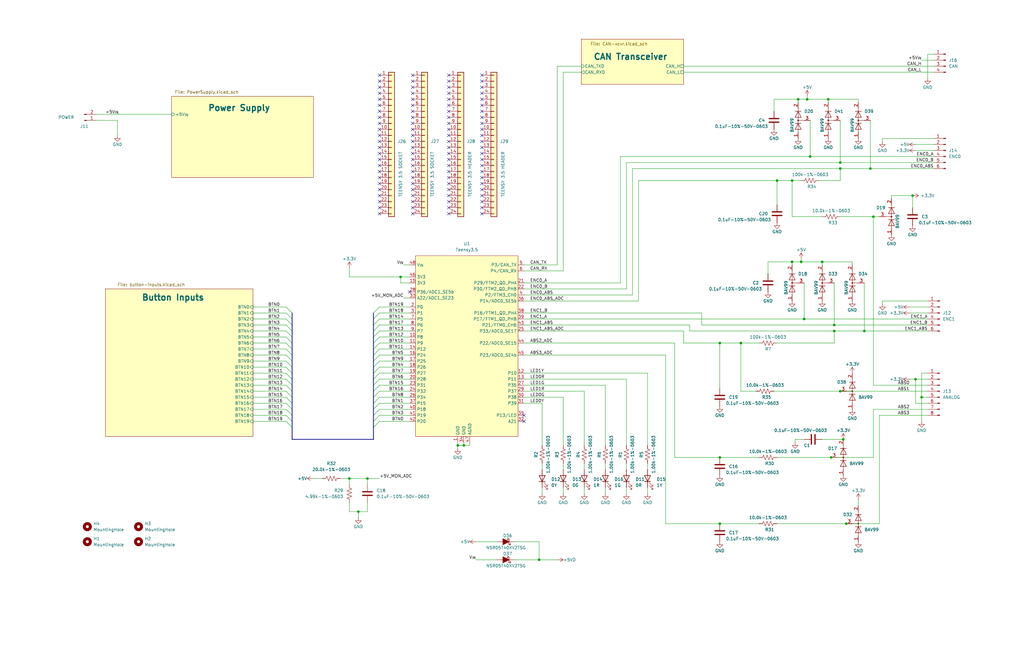
<source format=kicad_sch>
(kicad_sch (version 20231120) (generator "eeschema") (generator_version "8.0")
  (paper "B")
  (title_block (title "Button Board 2") (date "2022-12-11") (rev "1") (company "971 Spartan Robotics"))
  (junction (at 356.87 220.98))
  (junction (at 195.58 187.96))
  (junction (at 354.33 71.12))
  (junction (at 154.94 201.93))
  (junction (at 151.13 215.9))
  (junction (at 349.25 41.91))
  (junction (at 341.63 66.04))
  (junction (at 327.66 76.2))
  (junction (at 354.33 165.1))
  (junction (at 227.33 236.22))
  (junction (at 336.55 41.91))
  (junction (at 386.08 160.02))
  (junction (at 388.62 167.64))
  (junction (at 337.82 110.49))
  (junction (at 367.03 71.12))
  (junction (at 368.3 91.44))
  (junction (at 303.53 193.04))
  (junction (at 350.52 193.04))
  (junction (at 384.81 82.55))
  (junction (at 354.33 68.58))
  (junction (at 193.04 187.96))
  (junction (at 312.42 144.78))
  (junction (at 340.36 41.91))
  (junction (at 346.71 110.49))
  (junction (at 334.01 76.2))
  (junction (at 339.09 134.62))
  (junction (at 303.53 220.98))
  (junction (at 351.79 139.7))
  (junction (at 147.32 201.93))
  (junction (at 303.53 144.78))
  (junction (at 355.6 185.42))
  (junction (at 364.49 139.7))
  (junction (at 334.01 110.49))
  (junction (at 168.91 116.84))
  (junction (at 351.79 137.16))
  (no_connect (at 189.23 67.31))
  (no_connect (at 160.02 82.55))
  (no_connect (at 203.2 46.99))
  (no_connect (at 203.2 67.31))
  (no_connect (at 189.23 49.53))
  (no_connect (at 173.99 64.77))
  (no_connect (at 160.02 67.31))
  (no_connect (at 220.98 175.26))
  (no_connect (at 220.98 177.8))
  (no_connect (at 160.02 59.69))
  (no_connect (at 173.99 80.01))
  (no_connect (at 173.99 69.85))
  (no_connect (at 189.23 41.91))
  (no_connect (at 160.02 85.09))
  (no_connect (at 160.02 80.01))
  (no_connect (at 173.99 87.63))
  (no_connect (at 189.23 87.63))
  (no_connect (at 173.99 41.91))
  (no_connect (at 160.02 64.77))
  (no_connect (at 173.99 57.15))
  (no_connect (at 189.23 77.47))
  (no_connect (at 160.02 49.53))
  (no_connect (at 160.02 90.17))
  (no_connect (at 189.23 34.29))
  (no_connect (at 173.99 62.23))
  (no_connect (at 203.2 77.47))
  (no_connect (at 173.99 31.75))
  (no_connect (at 203.2 72.39))
  (no_connect (at 173.99 74.93))
  (no_connect (at 203.2 36.83))
  (no_connect (at 189.23 82.55))
  (no_connect (at 189.23 72.39))
  (no_connect (at 189.23 59.69))
  (no_connect (at 160.02 46.99))
  (no_connect (at 189.23 54.61))
  (no_connect (at 173.99 34.29))
  (no_connect (at 203.2 87.63))
  (no_connect (at 160.02 54.61))
  (no_connect (at 173.99 36.83))
  (no_connect (at 189.23 62.23))
  (no_connect (at 189.23 52.07))
  (no_connect (at 189.23 90.17))
  (no_connect (at 160.02 57.15))
  (no_connect (at 160.02 72.39))
  (no_connect (at 173.99 39.37))
  (no_connect (at 189.23 57.15))
  (no_connect (at 203.2 62.23))
  (no_connect (at 173.99 59.69))
  (no_connect (at 160.02 74.93))
  (no_connect (at 203.2 44.45))
  (no_connect (at 203.2 85.09))
  (no_connect (at 189.23 69.85))
  (no_connect (at 203.2 52.07))
  (no_connect (at 189.23 31.75))
  (no_connect (at 173.99 77.47))
  (no_connect (at 203.2 49.53))
  (no_connect (at 173.99 54.61))
  (no_connect (at 189.23 46.99))
  (no_connect (at 189.23 74.93))
  (no_connect (at 203.2 69.85))
  (no_connect (at 173.99 49.53))
  (no_connect (at 203.2 80.01))
  (no_connect (at 203.2 59.69))
  (no_connect (at 203.2 57.15))
  (no_connect (at 189.23 85.09))
  (no_connect (at 189.23 80.01))
  (no_connect (at 203.2 41.91))
  (no_connect (at 160.02 62.23))
  (no_connect (at 203.2 90.17))
  (no_connect (at 189.23 36.83))
  (no_connect (at 189.23 64.77))
  (no_connect (at 160.02 69.85))
  (no_connect (at 160.02 36.83))
  (no_connect (at 173.99 82.55))
  (no_connect (at 160.02 44.45))
  (no_connect (at 173.99 46.99))
  (no_connect (at 203.2 39.37))
  (no_connect (at 160.02 52.07))
  (no_connect (at 203.2 54.61))
  (no_connect (at 173.99 90.17))
  (no_connect (at 203.2 74.93))
  (no_connect (at 203.2 31.75))
  (no_connect (at 203.2 64.77))
  (no_connect (at 160.02 39.37))
  (no_connect (at 160.02 77.47))
  (no_connect (at 203.2 82.55))
  (no_connect (at 173.99 44.45))
  (no_connect (at 160.02 41.91))
  (no_connect (at 173.99 52.07))
  (no_connect (at 173.99 85.09))
  (no_connect (at 160.02 34.29))
  (no_connect (at 173.99 67.31))
  (no_connect (at 189.23 44.45))
  (no_connect (at 189.23 39.37))
  (no_connect (at 160.02 87.63))
  (no_connect (at 173.99 72.39))
  (no_connect (at 160.02 31.75))
  (no_connect (at 172.72 123.19))
  (no_connect (at 203.2 34.29))
  (bus_entry (at 160.02 132.08) (size -2.54 2.54))
  (bus_entry (at 160.02 147.32) (size -2.54 2.54))
  (bus_entry (at 160.02 144.78) (size -2.54 2.54))
  (bus_entry (at 160.02 142.24) (size -2.54 2.54))
  (bus_entry (at 160.02 137.16) (size -2.54 2.54))
  (bus_entry (at 120.65 132.08) (size 2.54 2.54))
  (bus_entry (at 120.65 134.62) (size 2.54 2.54))
  (bus_entry (at 120.65 137.16) (size 2.54 2.54))
  (bus_entry (at 120.65 129.54) (size 2.54 2.54))
  (bus_entry (at 120.65 139.7) (size 2.54 2.54))
  (bus_entry (at 120.65 142.24) (size 2.54 2.54))
  (bus_entry (at 120.65 144.78) (size 2.54 2.54))
  (bus_entry (at 120.65 162.56) (size 2.54 2.54))
  (bus_entry (at 120.65 167.64) (size 2.54 2.54))
  (bus_entry (at 120.65 165.1) (size 2.54 2.54))
  (bus_entry (at 120.65 175.26) (size 2.54 2.54))
  (bus_entry (at 120.65 177.8) (size 2.54 2.54))
  (bus_entry (at 120.65 172.72) (size 2.54 2.54))
  (bus_entry (at 120.65 170.18) (size 2.54 2.54))
  (bus_entry (at 120.65 160.02) (size 2.54 2.54))
  (bus_entry (at 120.65 157.48) (size 2.54 2.54))
  (bus_entry (at 120.65 154.94) (size 2.54 2.54))
  (bus_entry (at 120.65 147.32) (size 2.54 2.54))
  (bus_entry (at 120.65 149.86) (size 2.54 2.54))
  (bus_entry (at 120.65 152.4) (size 2.54 2.54))
  (bus_entry (at 160.02 157.48) (size -2.54 2.54))
  (bus_entry (at 160.02 152.4) (size -2.54 2.54))
  (bus_entry (at 160.02 172.72) (size -2.54 2.54))
  (bus_entry (at 160.02 165.1) (size -2.54 2.54))
  (bus_entry (at 160.02 170.18) (size -2.54 2.54))
  (bus_entry (at 160.02 177.8) (size -2.54 2.54))
  (bus_entry (at 160.02 160.02) (size -2.54 2.54))
  (bus_entry (at 160.02 162.56) (size -2.54 2.54))
  (bus_entry (at 160.02 175.26) (size -2.54 2.54))
  (bus_entry (at 160.02 167.64) (size -2.54 2.54))
  (bus_entry (at 160.02 154.94) (size -2.54 2.54))
  (bus_entry (at 160.02 149.86) (size -2.54 2.54))
  (bus_entry (at 160.02 129.54) (size -2.54 2.54))
  (bus_entry (at 160.02 134.62) (size -2.54 2.54))
  (bus_entry (at 160.02 139.7) (size -2.54 2.54))
  (wire (pts (xy 160.02 134.62) (xy 172.72 134.62)))
  (wire (pts (xy 147.32 113.03) (xy 147.32 116.84)))
  (bus (pts (xy 123.19 162.56) (xy 123.19 165.1)))
  (wire (pts (xy 303.53 144.78) (xy 312.42 144.78)))
  (wire (pts (xy 154.94 204.47) (xy 154.94 201.93)))
  (wire (pts (xy 290.83 139.7) (xy 290.83 137.16)))
  (wire (pts (xy 160.02 167.64) (xy 172.72 167.64)))
  (wire (pts (xy 341.63 66.04) (xy 393.7 66.04)))
  (wire (pts (xy 391.16 175.26) (xy 370.84 175.26)))
  (wire (pts (xy 237.49 205.74) (xy 237.49 208.28)))
  (wire (pts (xy 393.7 68.58) (xy 354.33 68.58)))
  (wire (pts (xy 375.92 82.55) (xy 375.92 83.82)))
  (wire (pts (xy 334.01 110.49) (xy 323.85 110.49)))
  (wire (pts (xy 106.68 162.56) (xy 120.65 162.56)))
  (wire (pts (xy 288.29 144.78) (xy 303.53 144.78)))
  (bus (pts (xy 123.19 160.02) (xy 123.19 162.56)))
  (wire (pts (xy 151.13 215.9) (xy 154.94 215.9)))
  (wire (pts (xy 160.02 147.32) (xy 172.72 147.32)))
  (wire (pts (xy 160.02 177.8) (xy 172.72 177.8)))
  (wire (pts (xy 339.09 134.62) (xy 391.16 134.62)))
  (wire (pts (xy 383.54 129.54) (xy 391.16 129.54)))
  (wire (pts (xy 391.16 139.7) (xy 364.49 139.7)))
  (wire (pts (xy 220.98 170.18) (xy 228.6 170.18)))
  (wire (pts (xy 227.33 236.22) (xy 234.95 236.22)))
  (wire (pts (xy 327.66 76.2) (xy 334.01 76.2)))
  (wire (pts (xy 234.95 27.94) (xy 234.95 111.76)))
  (wire (pts (xy 106.68 157.48) (xy 120.65 157.48)))
  (wire (pts (xy 295.91 132.08) (xy 295.91 137.16)))
  (wire (pts (xy 340.36 41.91) (xy 349.25 41.91)))
  (wire (pts (xy 220.98 157.48) (xy 273.05 157.48)))
  (bus (pts (xy 157.48 144.78) (xy 157.48 147.32)))
  (wire (pts (xy 334.01 76.2) (xy 337.82 76.2)))
  (bus (pts (xy 157.48 172.72) (xy 157.48 175.26)))
  (bus (pts (xy 157.48 170.18) (xy 157.48 172.72)))
  (wire (pts (xy 354.33 71.12) (xy 266.7 71.12)))
  (wire (pts (xy 160.02 160.02) (xy 172.72 160.02)))
  (wire (pts (xy 361.95 41.91) (xy 361.95 43.18)))
  (wire (pts (xy 383.54 160.02) (xy 386.08 160.02)))
  (wire (pts (xy 303.53 193.04) (xy 284.48 193.04)))
  (bus (pts (xy 157.48 160.02) (xy 157.48 162.56)))
  (wire (pts (xy 106.68 139.7) (xy 120.65 139.7)))
  (wire (pts (xy 246.38 198.12) (xy 246.38 195.58)))
  (wire (pts (xy 160.02 152.4) (xy 172.72 152.4)))
  (wire (pts (xy 372.11 58.42) (xy 372.11 59.69)))
  (wire (pts (xy 220.98 121.92) (xy 264.16 121.92)))
  (wire (pts (xy 160.02 129.54) (xy 172.72 129.54)))
  (wire (pts (xy 351.79 139.7) (xy 290.83 139.7)))
  (wire (pts (xy 288.29 144.78) (xy 288.29 139.7)))
  (wire (pts (xy 106.68 137.16) (xy 120.65 137.16)))
  (wire (pts (xy 106.68 167.64) (xy 120.65 167.64)))
  (wire (pts (xy 195.58 187.96) (xy 193.04 187.96)))
  (wire (pts (xy 368.3 172.72) (xy 368.3 193.04)))
  (bus (pts (xy 123.19 165.1) (xy 123.19 167.64)))
  (wire (pts (xy 246.38 208.28) (xy 246.38 205.74)))
  (bus (pts (xy 123.19 170.18) (xy 123.19 172.72)))
  (wire (pts (xy 337.82 110.49) (xy 346.71 110.49)))
  (wire (pts (xy 154.94 201.93) (xy 160.02 201.93)))
  (wire (pts (xy 356.87 220.98) (xy 370.84 220.98)))
  (wire (pts (xy 151.13 215.9) (xy 151.13 218.44)))
  (wire (pts (xy 340.36 40.64) (xy 340.36 41.91)))
  (wire (pts (xy 168.91 119.38) (xy 168.91 116.84)))
  (wire (pts (xy 106.68 170.18) (xy 120.65 170.18)))
  (wire (pts (xy 345.44 76.2) (xy 354.33 76.2)))
  (wire (pts (xy 195.58 186.69) (xy 195.58 187.96)))
  (wire (pts (xy 168.91 116.84) (xy 147.32 116.84)))
  (wire (pts (xy 391.16 33.02) (xy 391.16 22.86)))
  (wire (pts (xy 334.01 91.44) (xy 334.01 76.2)))
  (wire (pts (xy 318.77 165.1) (xy 312.42 165.1)))
  (wire (pts (xy 269.24 76.2) (xy 269.24 127)))
  (wire (pts (xy 326.39 165.1) (xy 354.33 165.1)))
  (wire (pts (xy 106.68 144.78) (xy 120.65 144.78)))
  (wire (pts (xy 337.82 110.49) (xy 334.01 110.49)))
  (wire (pts (xy 273.05 198.12) (xy 273.05 195.58)))
  (wire (pts (xy 354.33 50.8) (xy 354.33 68.58)))
  (bus (pts (xy 157.48 162.56) (xy 157.48 165.1)))
  (wire (pts (xy 386.08 63.5) (xy 393.7 63.5)))
  (wire (pts (xy 132.08 201.93) (xy 135.89 201.93)))
  (wire (pts (xy 160.02 175.26) (xy 172.72 175.26)))
  (wire (pts (xy 340.36 41.91) (xy 336.55 41.91)))
  (wire (pts (xy 154.94 212.09) (xy 154.94 215.9)))
  (wire (pts (xy 303.53 220.98) (xy 320.04 220.98)))
  (wire (pts (xy 237.49 30.48) (xy 237.49 114.3)))
  (wire (pts (xy 337.82 109.22) (xy 337.82 110.49)))
  (wire (pts (xy 384.81 87.63) (xy 384.81 82.55)))
  (wire (pts (xy 336.55 41.91) (xy 326.39 41.91)))
  (wire (pts (xy 200.66 236.22) (xy 209.55 236.22)))
  (wire (pts (xy 346.71 110.49) (xy 346.71 111.76)))
  (wire (pts (xy 354.33 165.1) (xy 391.16 165.1)))
  (wire (pts (xy 255.27 198.12) (xy 255.27 195.58)))
  (wire (pts (xy 147.32 201.93) (xy 154.94 201.93)))
  (wire (pts (xy 370.84 175.26) (xy 370.84 220.98)))
  (wire (pts (xy 327.66 220.98) (xy 356.87 220.98)))
  (bus (pts (xy 123.19 180.34) (xy 123.19 185.42)))
  (wire (pts (xy 220.98 134.62) (xy 339.09 134.62)))
  (wire (pts (xy 220.98 144.78) (xy 284.48 144.78)))
  (wire (pts (xy 193.04 186.69) (xy 193.04 187.96)))
  (bus (pts (xy 157.48 157.48) (xy 157.48 160.02)))
  (wire (pts (xy 326.39 41.91) (xy 326.39 46.99)))
  (wire (pts (xy 364.49 139.7) (xy 351.79 139.7)))
  (wire (pts (xy 312.42 165.1) (xy 312.42 144.78)))
  (wire (pts (xy 220.98 149.86) (xy 280.67 149.86)))
  (wire (pts (xy 386.08 170.18) (xy 386.08 160.02)))
  (wire (pts (xy 220.98 127) (xy 269.24 127)))
  (wire (pts (xy 264.16 208.28) (xy 264.16 205.74)))
  (wire (pts (xy 351.79 144.78) (xy 351.79 139.7)))
  (wire (pts (xy 346.71 185.42) (xy 355.6 185.42)))
  (wire (pts (xy 273.05 187.96) (xy 273.05 157.48)))
  (bus (pts (xy 157.48 149.86) (xy 157.48 152.4)))
  (wire (pts (xy 288.29 30.48) (xy 393.7 30.48)))
  (bus (pts (xy 123.19 142.24) (xy 123.19 144.78)))
  (wire (pts (xy 106.68 149.86) (xy 120.65 149.86)))
  (bus (pts (xy 157.48 137.16) (xy 157.48 139.7)))
  (wire (pts (xy 160.02 165.1) (xy 172.72 165.1)))
  (wire (pts (xy 391.16 22.86) (xy 393.7 22.86)))
  (wire (pts (xy 160.02 154.94) (xy 172.72 154.94)))
  (wire (pts (xy 106.68 175.26) (xy 120.65 175.26)))
  (wire (pts (xy 372.11 127) (xy 391.16 127)))
  (wire (pts (xy 368.3 91.44) (xy 368.3 162.56)))
  (wire (pts (xy 386.08 60.96) (xy 393.7 60.96)))
  (wire (pts (xy 354.33 76.2) (xy 354.33 71.12)))
  (wire (pts (xy 350.52 193.04) (xy 327.66 193.04)))
  (wire (pts (xy 245.11 27.94) (xy 234.95 27.94)))
  (wire (pts (xy 227.33 236.22) (xy 217.17 236.22)))
  (wire (pts (xy 335.28 186.69) (xy 335.28 185.42)))
  (wire (pts (xy 160.02 137.16) (xy 172.72 137.16)))
  (wire (pts (xy 273.05 208.28) (xy 273.05 205.74)))
  (wire (pts (xy 106.68 160.02) (xy 120.65 160.02)))
  (bus (pts (xy 157.48 152.4) (xy 157.48 154.94)))
  (wire (pts (xy 220.98 124.46) (xy 266.7 124.46)))
  (wire (pts (xy 327.66 144.78) (xy 351.79 144.78)))
  (wire (pts (xy 336.55 41.91) (xy 336.55 43.18)))
  (wire (pts (xy 312.42 144.78) (xy 320.04 144.78)))
  (bus (pts (xy 123.19 149.86) (xy 123.19 152.4)))
  (wire (pts (xy 228.6 187.96) (xy 228.6 170.18)))
  (bus (pts (xy 157.48 147.32) (xy 157.48 149.86)))
  (wire (pts (xy 323.85 110.49) (xy 323.85 115.57)))
  (bus (pts (xy 157.48 142.24) (xy 157.48 144.78)))
  (wire (pts (xy 227.33 228.6) (xy 227.33 236.22)))
  (wire (pts (xy 170.18 125.73) (xy 172.72 125.73)))
  (wire (pts (xy 393.7 25.4) (xy 388.62 25.4)))
  (wire (pts (xy 220.98 165.1) (xy 246.38 165.1)))
  (wire (pts (xy 334.01 110.49) (xy 334.01 111.76)))
  (wire (pts (xy 368.3 162.56) (xy 391.16 162.56)))
  (bus (pts (xy 157.48 175.26) (xy 157.48 177.8)))
  (bus (pts (xy 157.48 134.62) (xy 157.48 137.16)))
  (bus (pts (xy 123.19 172.72) (xy 123.19 175.26)))
  (wire (pts (xy 172.72 119.38) (xy 168.91 119.38)))
  (wire (pts (xy 327.66 76.2) (xy 327.66 86.36)))
  (wire (pts (xy 361.95 210.82) (xy 361.95 213.36)))
  (wire (pts (xy 106.68 132.08) (xy 120.65 132.08)))
  (wire (pts (xy 106.68 152.4) (xy 120.65 152.4)))
  (wire (pts (xy 320.04 193.04) (xy 303.53 193.04)))
  (bus (pts (xy 123.19 134.62) (xy 123.19 137.16)))
  (wire (pts (xy 383.54 132.08) (xy 391.16 132.08)))
  (wire (pts (xy 295.91 137.16) (xy 351.79 137.16)))
  (wire (pts (xy 220.98 114.3) (xy 237.49 114.3)))
  (wire (pts (xy 220.98 160.02) (xy 264.16 160.02)))
  (wire (pts (xy 168.91 116.84) (xy 172.72 116.84)))
  (wire (pts (xy 228.6 208.28) (xy 228.6 205.74)))
  (wire (pts (xy 160.02 162.56) (xy 172.72 162.56)))
  (wire (pts (xy 106.68 129.54) (xy 120.65 129.54)))
  (wire (pts (xy 388.62 167.64) (xy 391.16 167.64)))
  (wire (pts (xy 372.11 58.42) (xy 393.7 58.42)))
  (wire (pts (xy 384.81 82.55) (xy 375.92 82.55)))
  (wire (pts (xy 284.48 193.04) (xy 284.48 144.78)))
  (wire (pts (xy 354.33 68.58) (xy 264.16 68.58)))
  (wire (pts (xy 303.53 144.78) (xy 303.53 163.83)))
  (wire (pts (xy 264.16 187.96) (xy 264.16 160.02)))
  (bus (pts (xy 123.19 167.64) (xy 123.19 170.18)))
  (wire (pts (xy 160.02 142.24) (xy 172.72 142.24)))
  (bus (pts (xy 157.48 165.1) (xy 157.48 167.64)))
  (wire (pts (xy 160.02 144.78) (xy 172.72 144.78)))
  (wire (pts (xy 106.68 154.94) (xy 120.65 154.94)))
  (wire (pts (xy 245.11 30.48) (xy 237.49 30.48)))
  (wire (pts (xy 388.62 157.48) (xy 391.16 157.48)))
  (bus (pts (xy 157.48 154.94) (xy 157.48 157.48)))
  (wire (pts (xy 160.02 157.48) (xy 172.72 157.48)))
  (wire (pts (xy 106.68 177.8) (xy 120.65 177.8)))
  (wire (pts (xy 346.71 91.44) (xy 334.01 91.44)))
  (wire (pts (xy 255.27 187.96) (xy 255.27 162.56)))
  (wire (pts (xy 255.27 208.28) (xy 255.27 205.74)))
  (wire (pts (xy 349.25 41.91) (xy 349.25 43.18)))
  (wire (pts (xy 220.98 111.76) (xy 234.95 111.76)))
  (wire (pts (xy 386.08 160.02) (xy 391.16 160.02)))
  (wire (pts (xy 237.49 198.12) (xy 237.49 195.58)))
  (wire (pts (xy 391.16 170.18) (xy 386.08 170.18)))
  (wire (pts (xy 220.98 162.56) (xy 255.27 162.56)))
  (wire (pts (xy 354.33 71.12) (xy 367.03 71.12)))
  (wire (pts (xy 106.68 134.62) (xy 120.65 134.62)))
  (bus (pts (xy 123.19 185.42) (xy 157.48 185.42)))
  (wire (pts (xy 143.51 201.93) (xy 147.32 201.93)))
  (wire (pts (xy 193.04 187.96) (xy 193.04 189.23)))
  (wire (pts (xy 106.68 172.72) (xy 120.65 172.72)))
  (wire (pts (xy 220.98 137.16) (xy 290.83 137.16)))
  (wire (pts (xy 147.32 201.93) (xy 147.32 204.47)))
  (wire (pts (xy 354.33 91.44) (xy 368.3 91.44)))
  (wire (pts (xy 364.49 119.38) (xy 364.49 139.7)))
  (bus (pts (xy 157.48 139.7) (xy 157.48 142.24)))
  (wire (pts (xy 217.17 228.6) (xy 227.33 228.6)))
  (wire (pts (xy 264.16 198.12) (xy 264.16 195.58)))
  (wire (pts (xy 160.02 149.86) (xy 172.72 149.86)))
  (bus (pts (xy 123.19 157.48) (xy 123.19 160.02)))
  (wire (pts (xy 341.63 50.8) (xy 341.63 66.04)))
  (wire (pts (xy 228.6 198.12) (xy 228.6 195.58)))
  (wire (pts (xy 40.64 48.26) (xy 72.39 48.26)))
  (wire (pts (xy 351.79 119.38) (xy 351.79 137.16)))
  (bus (pts (xy 157.48 167.64) (xy 157.48 170.18)))
  (wire (pts (xy 170.18 111.76) (xy 172.72 111.76)))
  (wire (pts (xy 359.41 110.49) (xy 359.41 111.76)))
  (wire (pts (xy 106.68 147.32) (xy 120.65 147.32)))
  (wire (pts (xy 198.12 186.69) (xy 198.12 187.96)))
  (wire (pts (xy 147.32 215.9) (xy 151.13 215.9)))
  (wire (pts (xy 220.98 132.08) (xy 295.91 132.08)))
  (bus (pts (xy 157.48 180.34) (xy 157.48 185.42)))
  (wire (pts (xy 220.98 139.7) (xy 288.29 139.7)))
  (bus (pts (xy 123.19 154.94) (xy 123.19 157.48)))
  (bus (pts (xy 123.19 147.32) (xy 123.19 149.86)))
  (wire (pts (xy 388.62 177.8) (xy 388.62 167.64)))
  (wire (pts (xy 391.16 172.72) (xy 368.3 172.72)))
  (bus (pts (xy 123.19 144.78) (xy 123.19 147.32)))
  (wire (pts (xy 288.29 27.94) (xy 393.7 27.94)))
  (bus (pts (xy 123.19 175.26) (xy 123.19 177.8)))
  (wire (pts (xy 349.25 41.91) (xy 361.95 41.91)))
  (bus (pts (xy 157.48 132.08) (xy 157.48 134.62)))
  (wire (pts (xy 160.02 132.08) (xy 172.72 132.08)))
  (wire (pts (xy 367.03 71.12) (xy 393.7 71.12)))
  (wire (pts (xy 350.52 193.04) (xy 368.3 193.04)))
  (wire (pts (xy 160.02 139.7) (xy 172.72 139.7)))
  (wire (pts (xy 160.02 170.18) (xy 172.72 170.18)))
  (bus (pts (xy 123.19 137.16) (xy 123.19 139.7)))
  (wire (pts (xy 261.62 66.04) (xy 341.63 66.04)))
  (wire (pts (xy 391.16 137.16) (xy 351.79 137.16)))
  (wire (pts (xy 261.62 66.04) (xy 261.62 119.38)))
  (bus (pts (xy 123.19 152.4) (xy 123.19 154.94)))
  (wire (pts (xy 40.64 50.8) (xy 49.53 50.8)))
  (bus (pts (xy 123.19 132.08) (xy 123.19 134.62)))
  (wire (pts (xy 303.53 220.98) (xy 280.67 220.98)))
  (wire (pts (xy 147.32 212.09) (xy 147.32 215.9)))
  (wire (pts (xy 106.68 165.1) (xy 120.65 165.1)))
  (wire (pts (xy 367.03 50.8) (xy 367.03 71.12)))
  (wire (pts (xy 200.66 228.6) (xy 209.55 228.6)))
  (wire (pts (xy 220.98 119.38) (xy 261.62 119.38)))
  (wire (pts (xy 335.28 185.42) (xy 339.09 185.42)))
  (wire (pts (xy 264.16 68.58) (xy 264.16 121.92)))
  (wire (pts (xy 280.67 220.98) (xy 280.67 149.86)))
  (wire (pts (xy 346.71 110.49) (xy 359.41 110.49)))
  (bus (pts (xy 123.19 139.7) (xy 123.19 142.24)))
  (wire (pts (xy 372.11 127) (xy 372.11 128.27)))
  (wire (pts (xy 339.09 119.38) (xy 339.09 134.62)))
  (bus (pts (xy 157.48 177.8) (xy 157.48 180.34)))
  (wire (pts (xy 388.62 167.64) (xy 388.62 157.48)))
  (wire (pts (xy 198.12 187.96) (xy 195.58 187.96)))
  (wire (pts (xy 246.38 187.96) (xy 246.38 165.1)))
  (wire (pts (xy 370.84 91.44) (xy 368.3 91.44)))
  (wire (pts (xy 49.53 50.8) (xy 49.53 57.15)))
  (wire (pts (xy 160.02 172.72) (xy 172.72 172.72)))
  (wire (pts (xy 266.7 71.12) (xy 266.7 124.46)))
  (wire (pts (xy 106.68 142.24) (xy 120.65 142.24)))
  (wire (pts (xy 269.24 76.2) (xy 327.66 76.2)))
  (bus (pts (xy 123.19 177.8) (xy 123.19 180.34)))
  (wire (pts (xy 220.98 167.64) (xy 237.49 167.64)))
  (wire (pts (xy 237.49 187.96) (xy 237.49 167.64)))
  (label "BTN1" (at 113.03 132.08 0))
  (label "BTN19" (at 170.18 129.54 180))
  (label "BTN12" (at 113.03 160.02 0))
  (label "BTN17" (at 170.18 137.16 180))
  (label "ENC1_A" (at 223.52 134.62 0))
  (label "BTN12" (at 170.18 142.24 180))
  (label "+5V_{IN}" (at 388.62 25.4 180))
  (label "+5V_MON_ADC" (at 160.02 201.93 0))
  (label "BTN16" (at 170.18 165.1 180))
  (label "ABS0" (at 383.54 162.56 180))
  (label "BTN2" (at 170.18 172.72 180))
  (label "LED0R" (at 223.52 160.02 0))
  (label "BTN10" (at 170.18 144.78 180))
  (label "BTN11" (at 170.18 147.32 180))
  (label "BTN6" (at 170.18 160.02 180))
  (label "ENC1_ABS" (at 223.52 137.16 0))
  (label "CAN_H" (at 388.62 27.94 180))
  (label "BTN7" (at 170.18 157.48 180))
  (label "BTN0" (at 113.03 129.54 0))
  (label "ENC1_ABS" (at 391.16 139.7 180))
  (label "BTN7" (at 113.03 147.32 0))
  (label "V_{IN}" (at 200.66 236.22 180))
  (label "BTN4" (at 113.03 139.7 0))
  (label "ENC1_B" (at 391.16 137.16 180))
  (label "BTN8" (at 170.18 167.64 180))
  (label "BTN13" (at 113.03 162.56 0))
  (label "ENC0_B" (at 393.7 68.58 180))
  (label "CAN_L" (at 388.62 30.48 180))
  (label "BTN9" (at 170.18 152.4 180))
  (label "BTN10" (at 113.03 154.94 0))
  (label "ENC0_A" (at 393.7 66.04 180))
  (label "LED1G" (at 223.52 162.56 0))
  (label "+5V_MON_ADC" (at 170.18 125.73 180))
  (label "ABS1" (at 383.54 165.1 180))
  (label "LED0Y" (at 223.52 170.18 0))
  (label "BTN16" (at 113.03 170.18 0))
  (label "LED0G" (at 223.52 167.64 0))
  (label "CAN_TX" (at 223.52 111.76 0))
  (label "BTN1" (at 170.18 170.18 180))
  (label "ENC0_ABS" (at 223.52 124.46 0))
  (label "ENC0_A" (at 223.52 119.38 0))
  (label "BTN14" (at 113.03 165.1 0))
  (label "BTN4" (at 170.18 154.94 180))
  (label "+5V_{IN}" (at 44.45 48.26 0))
  (label "BTN5" (at 170.18 149.86 180))
  (label "BTN0" (at 170.18 177.8 180))
  (label "BTN6" (at 113.03 144.78 0))
  (label "BTN5" (at 113.03 142.24 0))
  (label "BTN13" (at 170.18 139.7 180))
  (label "BTN18" (at 170.18 132.08 180))
  (label "ENC0_ABS" (at 393.7 71.12 180))
  (label "LED1R" (at 223.52 165.1 0))
  (label "BTN18" (at 113.03 175.26 0))
  (label "BTN9" (at 113.03 152.4 0))
  (label "BTN15" (at 113.03 167.64 0))
  (label "ENC1_B" (at 223.52 132.08 0))
  (label "BTN3" (at 170.18 175.26 180))
  (label "BTN15" (at 170.18 162.56 180))
  (label "ENC1_ABS_ADC" (at 223.52 139.7 0))
  (label "ENC1_A" (at 391.16 134.62 180))
  (label "BTN2" (at 113.03 134.62 0))
  (label "ABS3_ADC" (at 223.52 149.86 0))
  (label "ENC0_ABS_ADC" (at 223.52 127 0))
  (label "ABS2" (at 383.54 172.72 180))
  (label "LED1Y" (at 223.52 157.48 0))
  (label "ABS2_ADC" (at 223.52 144.78 0))
  (label "BTN19" (at 113.03 177.8 0))
  (label "BTN11" (at 113.03 157.48 0))
  (label "V_{IN}" (at 170.18 111.76 180))
  (label "CAN_RX" (at 223.52 114.3 0))
  (label "ABS3" (at 383.54 175.26 180))
  (label "BTN17" (at 113.03 172.72 0))
  (label "ENC0_B" (at 223.52 121.92 0))
  (label "BTN14" (at 170.18 134.62 180))
  (label "BTN3" (at 113.03 137.16 0))
  (label "BTN8" (at 113.03 149.86 0))
  (symbol (lib_id "power:GND") (at 303.53 228.6 0) (mirror y) (unit 1)
    (property "Reference" "#PWR016" (effects (hide yes)))
    (property "Value" "GND" (at 303.53 232.41 0))
  )
  (symbol (lib_id "power:+3.3V") (at 359.41 157.48 0) (unit 1)
    (property "Reference" "#PWR0151" (effects (hide yes)))
    (property "Value" "+3.3V" (at 359.41 153.67 0))
  )
  (symbol (lib_id "Connector_Generic:Conn_01x24") (at 165.1 59.69 0) (unit 1) (on_board no)
    (property "Reference" "J26" (at 167.64 59.6899 0) (effects (justify left)))
    (property "Value" "TEENSY 3.5 SOCKET" (at 168.91 83.185 90) (effects (justify left)))
    (property "Datasheet" "Components/Sullins-Female_Headers.100_DS.pdf" (effects (hide yes)))
    (property "Description" "Generic connector, single row, 01x24, script generated (kicad-library-utils/schlib/autogen/connector/)" (effects (hide yes)))
    (property "MFG" "Sullins" (effects (hide yes)))
    (property "MFG P/N" "PPPC241LFBN-RC" (effects (hide yes)))
    (property "DIST" "Digikey" (effects (hide yes)))
    (property "DIST P/N" "S7057-ND" (effects (hide yes)))
  )
  (symbol (lib_id "power:GND") (at 335.28 186.69 0) (unit 1)
    (property "Reference" "#PWR021" (effects (hide yes)))
    (property "Value" "GND" (at 335.28 190.5 0))
  )
  (symbol (lib_id "Connector:Conn_01x06_Male") (at 396.24 132.08 0) (mirror y) (unit 1)
    (property "Reference" "J12" (at 397.51 132.0799 0) (effects (justify right)))
    (property "Value" "ENC1" (at 397.51 134.6199 0) (effects (justify right)))
    (property "Footprint" "ButtonBd2:70543-0005" (effects (hide yes)))
    (property "Datasheet" "Components/Molex-705430001_sd.pdf" (effects (hide yes)))
    (property "MFG" "Molex" (effects (hide yes)))
    (property "MFG P/N" "0705430005" (effects (hide yes)))
    (property "DIST" "Digikey" (effects (hide yes)))
    (property "DIST P/N" "WM4804-ND" (effects (hide yes)))
  )
  (symbol (lib_id "Device:R_US") (at 273.05 191.77 0) (unit 1)
    (property "Reference" "R5" (at 270.51 190.5 90) (effects (justify right)))
    (property "Value" "1.00k-1%-0603" (at 275.59 191.77 90))
    (property "Footprint" "Resistor_SMD:R_0603_1608Metric" (effects (hide yes)))
    (property "MFG" "Stackpole Electronics Inc" (effects (hide yes)))
    (property "MFG P/N" "RNCP0603FTD1K00" (effects (hide yes)))
    (property "DIST" "Digikey" (effects (hide yes)))
    (property "DIST P/N" "RNCP0603FTD1K00CT-ND" (effects (hide yes)))
  )
  (symbol (lib_id "Device:LED") (at 246.38 201.93 90) (unit 1)
    (property "Reference" "D14" (at 250.19 202.2474 90) (effects (justify right)))
    (property "Value" "1R" (at 250.19 204.7874 90) (effects (justify right)))
    (property "Footprint" "LED_SMD:LED_0603_1608Metric" (effects (hide yes)))
    (property "Datasheet" "http://www.stanley-components.com/php/downloaddatafile.php?rp=h1111c_e.pdf" (effects (hide yes)))
    (property "MFG" "Wurth Electronik" (effects (hide yes)))
    (property "MFG P/N" "150060RS75000" (effects (hide yes)))
    (property "DIST" "Digikey" (effects (hide yes)))
    (property "DIST P/N" "732-4978-1-ND" (effects (hide yes)))
  )
  (symbol (lib_id "power:+5V") (at 383.54 129.54 90) (unit 1)
    (property "Reference" "#PWR050" (effects (hide yes)))
    (property "Value" "+5V" (at 381 129.54 90) (effects (justify left)))
  )
  (symbol (lib_id "power:+3.3V") (at 384.81 82.55 270) (unit 1)
    (property "Reference" "#PWR052" (effects (hide yes)))
    (property "Value" "+3.3V" (at 391.16 82.55 90))
  )
  (symbol (lib_id "power:GND") (at 49.53 57.15 0) (unit 1)
    (property "Reference" "#PWR02" (effects (hide yes)))
    (property "Value" "GND" (at 49.53 60.96 0))
  )
  (symbol (lib_id "Mechanical:MountingHole") (at 36.83 222.25 0) (unit 1) (in_bom no)
    (property "Reference" "H4" (at 39.37 220.9799 0) (effects (justify left)))
    (property "Value" "MountingHole" (at 39.37 223.5199 0) (effects (justify left)))
    (property "Footprint" "MountingHole:MountingHole_3.2mm_M3" (effects (hide yes)))
  )
  (symbol (lib_id "Device:R_US") (at 323.85 144.78 90) (unit 1)
    (property "Reference" "R7" (at 322.58 147.32 90) (effects (justify right)))
    (property "Value" "100k-1%-0603" (at 323.85 142.24 90))
    (property "Footprint" "Resistor_SMD:R_0603_1608Metric" (effects (hide yes)))
    (property "MFG" "YAGEO" (effects (hide yes)))
    (property "MFG P/N" "RC0603FR-07100KL" (effects (hide yes)))
    (property "DIST" "Digikey" (effects (hide yes)))
    (property "DIST P/N" "311-100KHRCT-ND" (effects (hide yes)))
  )
  (symbol (lib_id "power:GND") (at 372.11 59.69 0) (mirror y) (unit 1)
    (property "Reference" "#PWR041" (effects (hide yes)))
    (property "Value" "GND" (at 372.11 63.5 0))
  )
  (symbol (lib_id "Connector:Conn_01x08_Male") (at 396.24 165.1 0) (mirror y) (unit 1)
    (property "Reference" "J13" (at 397.51 165.0999 0) (effects (justify right)))
    (property "Value" "ANALOG" (at 397.51 167.6399 0) (effects (justify right)))
    (property "Footprint" "ButtonBd2:70543-0007" (effects (hide yes)))
    (property "Datasheet" "Components/Molex-705430001_sd.pdf" (effects (hide yes)))
    (property "MFG" "Molex" (effects (hide yes)))
    (property "MFG P/N" "0705430007" (effects (hide yes)))
    (property "DIST" "Digikey" (effects (hide yes)))
    (property "DIST P/N" "WM4806-ND" (effects (hide yes)))
  )
  (symbol (lib_id "power:+3.3V") (at 383.54 132.08 90) (unit 1)
    (property "Reference" "#PWR051" (effects (hide yes)))
    (property "Value" "+3.3V" (at 381 132.08 90) (effects (justify left)))
  )
  (symbol (lib_id "power:GND") (at 327.66 93.98 0) (unit 1)
    (property "Reference" "#PWR019" (effects (hide yes)))
    (property "Value" "GND" (at 327.66 97.79 0))
  )
  (symbol (lib_id "power:GND") (at 273.05 208.28 0) (unit 1)
    (property "Reference" "#PWR013" (effects (hide yes)))
    (property "Value" "GND" (at 273.05 212.09 0))
  )
  (symbol (lib_id "Connector:Conn_01x06_Male") (at 398.78 63.5 0) (mirror y) (unit 1)
    (property "Reference" "J14" (at 400.05 63.4999 0) (effects (justify right)))
    (property "Value" "ENC0" (at 400.05 66.0399 0) (effects (justify right)))
    (property "Footprint" "ButtonBd2:70543-0005" (effects (hide yes)))
    (property "Datasheet" "Components/Molex-705430001_sd.pdf" (effects (hide yes)))
    (property "MFG" "Molex" (effects (hide yes)))
    (property "MFG P/N" "0705430005" (effects (hide yes)))
    (property "DIST" "Digikey" (effects (hide yes)))
    (property "DIST P/N" "WM4804-ND" (effects (hide yes)))
  )
  (symbol (lib_id "power:GND") (at 346.71 127 0) (mirror y) (unit 1)
    (property "Reference" "#PWR027" (effects (hide yes)))
    (property "Value" "GND" (at 346.71 130.81 0))
  )
  (symbol (lib_id "Device:R_US") (at 323.85 193.04 90) (unit 1)
    (property "Reference" "R30" (at 322.58 195.58 90) (effects (justify right)))
    (property "Value" "10.0k-1%-0603" (at 323.85 190.5 90))
    (property "Footprint" "Resistor_SMD:R_0603_1608Metric" (effects (hide yes)))
    (property "MFG" "YAGEO" (effects (hide yes)))
    (property "MFG P/N" "RC0603FR-0710KL" (effects (hide yes)))
    (property "DIST" "Digikey" (effects (hide yes)))
    (property "DIST P/N" "311-10.0KHRCT-ND" (effects (hide yes)))
  )
  (symbol (lib_id "Device:R_US") (at 350.52 91.44 90) (unit 1)
    (property "Reference" "R33" (at 349.25 93.98 90) (effects (justify right)))
    (property "Value" "10.0k-1%-0603" (at 350.52 88.9 90))
    (property "Footprint" "Resistor_SMD:R_0603_1608Metric" (effects (hide yes)))
    (property "MFG" "YAGEO" (effects (hide yes)))
    (property "MFG P/N" "RC0603FR-0710KL" (effects (hide yes)))
    (property "DIST" "Digikey" (effects (hide yes)))
    (property "DIST P/N" "311-10.0KHRCT-ND" (effects (hide yes)))
  )
  (symbol (lib_id "Device:R_US") (at 322.58 165.1 90) (unit 1)
    (property "Reference" "R35" (at 321.31 167.64 90) (effects (justify right)))
    (property "Value" "10.0k-1%-0603" (at 322.58 162.56 90))
    (property "Footprint" "Resistor_SMD:R_0603_1608Metric" (effects (hide yes)))
    (property "MFG" "YAGEO" (effects (hide yes)))
    (property "MFG P/N" "RC0603FR-0710KL" (effects (hide yes)))
    (property "DIST" "Digikey" (effects (hide yes)))
    (property "DIST P/N" "311-10.0KHRCT-ND" (effects (hide yes)))
  )
  (symbol (lib_id "power:GND") (at 361.95 228.6 0) (unit 1)
    (property "Reference" "#PWR036" (effects (hide yes)))
    (property "Value" "GND" (at 361.95 232.41 0))
  )
  (symbol (lib_id "Diode:BAV99") (at 355.6 193.04 270) (mirror x) (unit 1)
    (property "Reference" "D17" (at 353.06 189.23 90) (effects (justify right)))
    (property "Value" "BAV99" (at 358.14 195.58 90) (effects (justify left)))
    (property "Footprint" "Package_TO_SOT_SMD:SOT-23" (effects (hide yes)))
    (property "Datasheet" "https://assets.nexperia.com/documents/data-sheet/BAV99_SER.pdf" (effects (hide yes)))
    (property "MFG" "Nexperia USA Inc." (effects (hide yes)))
    (property "MFG P/N" "BAV99,235" (effects (hide yes)))
    (property "DIST" "Digikey" (effects (hide yes)))
    (property "DIST P/N" "1727-4311-1-ND" (effects (hide yes)))
  )
  (symbol (lib_id "power:GND") (at 391.16 33.02 0) (mirror y) (unit 1)
    (property "Reference" "#PWR059" (effects (hide yes)))
    (property "Value" "GND" (at 391.16 36.83 0))
  )
  (symbol (lib_id "power:+5V") (at 340.36 40.64 0) (unit 1)
    (property "Reference" "#PWR0149" (effects (hide yes)))
    (property "Value" "+5V" (at 340.36 36.83 0))
  )
  (symbol (lib_id "power:+5VD") (at 234.95 236.22 270) (unit 1)
    (property "Reference" "#PWR025" (effects (hide yes)))
    (property "Value" "+5VD" (at 237.49 236.22 90) (effects (justify left)))
  )
  (symbol (lib_id "Diode:BAV99") (at 375.92 91.44 270) (mirror x) (unit 1)
    (property "Reference" "D19" (at 373.38 87.63 90) (effects (justify right)))
    (property "Value" "BAV99" (at 378.46 96.52 0) (effects (justify left)))
    (property "Footprint" "Package_TO_SOT_SMD:SOT-23" (effects (hide yes)))
    (property "Datasheet" "https://assets.nexperia.com/documents/data-sheet/BAV99_SER.pdf" (effects (hide yes)))
    (property "MFG" "Nexperia USA Inc." (effects (hide yes)))
    (property "MFG P/N" "BAV99,235" (effects (hide yes)))
    (property "DIST" "Digikey" (effects (hide yes)))
    (property "DIST P/N" "1727-4311-1-ND" (effects (hide yes)))
  )
  (symbol (lib_id "Device:LED") (at 237.49 201.93 90) (unit 1)
    (property "Reference" "D13" (at 241.3 202.2474 90) (effects (justify right)))
    (property "Value" "0G" (at 241.3 204.7874 90) (effects (justify right)))
    (property "Footprint" "LED_SMD:LED_0603_1608Metric" (effects (hide yes)))
    (property "Datasheet" "https://www.we-online.com/katalog/datasheet/150060YS75000.pdf" (effects (hide yes)))
    (property "MFG" "Wurth Electronik" (effects (hide yes)))
    (property "MFG P/N" "150060GS75000" (effects (hide yes)))
    (property "DIST" "Digikey" (effects (hide yes)))
    (property "DIST P/N" "732-4971-1-ND" (effects (hide yes)))
  )
  (symbol (lib_id "power:GND") (at 334.01 127 0) (mirror y) (unit 1)
    (property "Reference" "#PWR020" (effects (hide yes)))
    (property "Value" "GND" (at 334.01 130.81 0))
  )
  (symbol (lib_id "Device:R_US") (at 264.16 191.77 0) (unit 1)
    (property "Reference" "R1" (at 261.62 190.5 90) (effects (justify right)))
    (property "Value" "1.00k-1%-0603" (at 266.7 191.77 90))
    (property "Footprint" "Resistor_SMD:R_0603_1608Metric" (effects (hide yes)))
    (property "MFG" "Stackpole Electronics Inc" (effects (hide yes)))
    (property "MFG P/N" "RNCP0603FTD1K00" (effects (hide yes)))
    (property "DIST" "Digikey" (effects (hide yes)))
    (property "DIST P/N" "RNCP0603FTD1K00CT-ND" (effects (hide yes)))
  )
  (symbol (lib_id "Device:C") (at 327.66 90.17 0) (unit 1)
    (property "Reference" "C20" (at 323.85 90.17 0) (effects (justify right)))
    (property "Value" "0.1uF-10%-50V-0603" (at 325.12 92.71 0) (effects (justify right)))
    (property "Footprint" "Capacitor_SMD:C_0603_1608Metric" (effects (hide yes)))
    (property "MFG" "Samsung Electro-Mechanics" (effects (hide yes)))
    (property "MFG P/N" "CL10B104KB8NNNC" (effects (hide yes)))
    (property "DIST" "Digikey" (effects (hide yes)))
    (property "DIST P/N" "1276-1000-1-ND" (effects (hide yes)))
  )
  (symbol (lib_id "power:GND") (at 359.41 127 0) (mirror y) (unit 1)
    (property "Reference" "#PWR031" (effects (hide yes)))
    (property "Value" "GND" (at 359.41 130.81 0))
  )
  (symbol (lib_id "Mechanical:MountingHole") (at 36.83 228.6 0) (unit 1) (in_bom no)
    (property "Reference" "H1" (at 39.37 227.3299 0) (effects (justify left)))
    (property "Value" "MountingHole" (at 39.37 229.8699 0) (effects (justify left)))
    (property "Footprint" "MountingHole:MountingHole_3.2mm_M3" (effects (hide yes)))
  )
  (symbol (lib_id "Device:LED") (at 228.6 201.93 90) (unit 1)
    (property "Reference" "D12" (at 232.41 202.2474 90) (effects (justify right)))
    (property "Value" "0Y" (at 232.41 204.7874 90) (effects (justify right)))
    (property "Footprint" "LED_SMD:LED_0603_1608Metric" (effects (hide yes)))
    (property "Datasheet" "https://www.we-online.com/katalog/datasheet/150060YS75000.pdf" (effects (hide yes)))
    (property "MFG" "Wurth Electronik" (effects (hide yes)))
    (property "MFG P/N" "150060YS75000" (effects (hide yes)))
    (property "DIST" "Digikey" (effects (hide yes)))
    (property "DIST P/N" "732-4981-1-ND" (effects (hide yes)))
  )
  (symbol (lib_id "power:GND") (at 228.6 208.28 0) (unit 1)
    (property "Reference" "#PWR08" (effects (hide yes)))
    (property "Value" "GND" (at 228.6 212.09 0))
  )
  (symbol (lib_id "Device:R_US") (at 228.6 191.77 0) (unit 1)
    (property "Reference" "R2" (at 226.06 190.5 90) (effects (justify right)))
    (property "Value" "1.00k-1%-0603" (at 231.14 191.77 90))
    (property "Footprint" "Resistor_SMD:R_0603_1608Metric" (effects (hide yes)))
    (property "MFG" "Stackpole Electronics Inc" (effects (hide yes)))
    (property "MFG P/N" "RNCP0603FTD1K00" (effects (hide yes)))
    (property "DIST" "Digikey" (effects (hide yes)))
    (property "DIST P/N" "RNCP0603FTD1K00CT-ND" (effects (hide yes)))
  )
  (symbol (lib_id "Device:C") (at 303.53 167.64 0) (mirror y) (unit 1)
    (property "Reference" "C19" (at 307.34 167.64 0) (effects (justify right)))
    (property "Value" "0.1uF-10%-50V-0603" (at 306.07 170.18 0) (effects (justify right)))
    (property "Footprint" "Capacitor_SMD:C_0603_1608Metric" (effects (hide yes)))
    (property "MFG" "Samsung Electro-Mechanics" (effects (hide yes)))
    (property "MFG P/N" "CL10B104KB8NNNC" (effects (hide yes)))
    (property "DIST" "Digikey" (effects (hide yes)))
    (property "DIST P/N" "1276-1000-1-ND" (effects (hide yes)))
  )
  (symbol (lib_id "Diode:BAV99") (at 359.41 165.1 270) (mirror x) (unit 1)
    (property "Reference" "D38" (at 356.87 161.29 90) (effects (justify right)))
    (property "Value" "BAV99" (at 361.95 167.64 90) (effects (justify left)))
    (property "Footprint" "Package_TO_SOT_SMD:SOT-23" (effects (hide yes)))
    (property "Datasheet" "https://assets.nexperia.com/documents/data-sheet/BAV99_SER.pdf" (effects (hide yes)))
    (property "MFG" "Nexperia USA Inc." (effects (hide yes)))
    (property "MFG P/N" "BAV99,235" (effects (hide yes)))
    (property "DIST" "Digikey" (effects (hide yes)))
    (property "DIST P/N" "1727-4311-1-ND" (effects (hide yes)))
  )
  (symbol (lib_id "power:GND") (at 151.13 218.44 0) (unit 1)
    (property "Reference" "#PWR05" (effects (hide yes)))
    (property "Value" "GND" (at 151.13 222.25 0))
  )
  (symbol (lib_id "power:+5V") (at 386.08 60.96 90) (unit 1)
    (property "Reference" "#PWR054" (effects (hide yes)))
    (property "Value" "+5V" (at 383.54 60.96 90) (effects (justify left)))
  )
  (symbol (lib_id "Mechanical:MountingHole") (at 58.42 228.6 0) (unit 1) (in_bom no)
    (property "Reference" "H2" (at 60.96 227.3299 0) (effects (justify left)))
    (property "Value" "MountingHole" (at 60.96 229.8699 0) (effects (justify left)))
    (property "Footprint" "MountingHole:MountingHole_3.2mm_M3" (effects (hide yes)))
  )
  (symbol (lib_id "Device:C") (at 326.39 50.8 0) (unit 1)
    (property "Reference" "C4" (at 322.58 50.8 0) (effects (justify right)))
    (property "Value" "0.1uF-10%-50V-0603" (at 323.85 53.34 0) (effects (justify right)))
    (property "Footprint" "Capacitor_SMD:C_0603_1608Metric" (effects (hide yes)))
    (property "MFG" "Samsung Electro-Mechanics" (effects (hide yes)))
    (property "MFG P/N" "CL10B104KB8NNNC" (effects (hide yes)))
    (property "DIST" "Digikey" (effects (hide yes)))
    (property "DIST P/N" "1276-1000-1-ND" (effects (hide yes)))
  )
  (symbol (lib_id "Device:C") (at 154.94 208.28 0) (unit 1)
    (property "Reference" "C18" (at 158.75 207.0099 0) (effects (justify left)))
    (property "Value" "0.1uF-10%-50V-0603" (at 158.75 209.5499 0) (effects (justify left)))
    (property "Footprint" "Capacitor_SMD:C_0603_1608Metric" (effects (hide yes)))
    (property "MFG" "Samsung Electro-Mechanics" (effects (hide yes)))
    (property "MFG P/N" "CL10B104KB8NNNC" (effects (hide yes)))
    (property "DIST" "Digikey" (effects (hide yes)))
    (property "DIST P/N" "1276-1000-1-ND" (effects (hide yes)))
  )
  (symbol (lib_id "Diode:BAV99") (at 361.95 50.8 90) (unit 1)
    (property "Reference" "D39" (at 364.49 46.99 90) (effects (justify right)))
    (property "Value" "BAV99" (at 359.41 55.88 0) (effects (justify left)))
    (property "Footprint" "Package_TO_SOT_SMD:SOT-23" (effects (hide yes)))
    (property "Datasheet" "https://assets.nexperia.com/documents/data-sheet/BAV99_SER.pdf" (effects (hide yes)))
    (property "MFG" "Nexperia USA Inc." (effects (hide yes)))
    (property "MFG P/N" "BAV99,235" (effects (hide yes)))
    (property "DIST" "Digikey" (effects (hide yes)))
    (property "DIST P/N" "1727-4311-1-ND" (effects (hide yes)))
  )
  (symbol (lib_id "Device:R_US") (at 341.63 76.2 90) (unit 1)
    (property "Reference" "R34" (at 340.36 78.74 90) (effects (justify right)))
    (property "Value" "100k-1%-0603" (at 341.63 73.66 90))
    (property "Footprint" "Resistor_SMD:R_0603_1608Metric" (effects (hide yes)))
    (property "MFG" "YAGEO" (effects (hide yes)))
    (property "MFG P/N" "RC0603FR-07100KL" (effects (hide yes)))
    (property "DIST" "Digikey" (effects (hide yes)))
    (property "DIST P/N" "311-100KHRCT-ND" (effects (hide yes)))
  )
  (symbol (lib_id "Diode:BAV99") (at 336.55 50.8 90) (unit 1)
    (property "Reference" "D20" (at 339.09 46.99 90) (effects (justify right)))
    (property "Value" "BAV99" (at 334.01 55.88 0) (effects (justify left)))
    (property "Footprint" "Package_TO_SOT_SMD:SOT-23" (effects (hide yes)))
    (property "Datasheet" "https://assets.nexperia.com/documents/data-sheet/BAV99_SER.pdf" (effects (hide yes)))
    (property "MFG" "Nexperia USA Inc." (effects (hide yes)))
    (property "MFG P/N" "BAV99,235" (effects (hide yes)))
    (property "DIST" "Digikey" (effects (hide yes)))
    (property "DIST P/N" "1727-4311-1-ND" (effects (hide yes)))
  )
  (symbol (lib_id "power:+3.3V") (at 386.08 63.5 90) (unit 1)
    (property "Reference" "#PWR055" (effects (hide yes)))
    (property "Value" "+3.3V" (at 383.54 63.5 90) (effects (justify left)))
  )
  (symbol (lib_id "Connector_Generic:Conn_01x24") (at 179.07 59.69 0) (unit 1) (on_board no)
    (property "Reference" "J27" (at 181.61 59.6899 0) (effects (justify left)))
    (property "Value" "TEENSY 3.5 SOCKET" (at 182.245 83.185 90) (effects (justify left)))
    (property "Datasheet" "Components/Sullins-Female_Headers.100_DS.pdf" (effects (hide yes)))
    (property "Description" "Generic connector, single row, 01x24, script generated (kicad-library-utils/schlib/autogen/connector/)" (effects (hide yes)))
    (property "MFG" "Sullins" (effects (hide yes)))
    (property "MFG P/N" "PPPC241LFBN-RC" (effects (hide yes)))
    (property "DIST" "Digikey" (effects (hide yes)))
    (property "DIST P/N" "S7057-ND" (effects (hide yes)))
  )
  (symbol (lib_id "Device:C") (at 384.81 91.44 0) (mirror y) (unit 1)
    (property "Reference" "C3" (at 388.62 91.44 0) (effects (justify right)))
    (property "Value" "0.1uF-10%-50V-0603" (at 387.35 93.98 0) (effects (justify right)))
    (property "Footprint" "Capacitor_SMD:C_0603_1608Metric" (effects (hide yes)))
    (property "MFG" "Samsung Electro-Mechanics" (effects (hide yes)))
    (property "MFG P/N" "CL10B104KB8NNNC" (effects (hide yes)))
    (property "DIST" "Digikey" (effects (hide yes)))
    (property "DIST P/N" "1276-1000-1-ND" (effects (hide yes)))
  )
  (symbol (lib_id "Connector:Conn_01x02_Male") (at 35.56 50.8 0) (mirror x) (unit 1)
    (property "Reference" "J11" (at 35.56 53.34 0))
    (property "Value" "POWER" (at 27.94 49.53 0))
    (property "Footprint" "ButtonBd2:70543-0001" (effects (hide yes)))
    (property "Datasheet" "Components/Molex-705430001_sd.pdf" (effects (hide yes)))
    (property "MFG" "Molex" (effects (hide yes)))
    (property "MFG P/N" "0705430001" (effects (hide yes)))
    (property "DIST" "Digikey" (effects (hide yes)))
    (property "DIST P/N" "WM4800-ND" (effects (hide yes)))
  )
  (symbol (lib_id "power:+5V") (at 132.08 201.93 90) (unit 1)
    (property "Reference" "#PWR03" (effects (hide yes)))
    (property "Value" "+5V" (at 129.54 201.93 90) (effects (justify left)))
  )
  (symbol (lib_id "Device:D_Schottky") (at 213.36 228.6 180) (unit 1)
    (property "Reference" "D36" (at 212.09 226.06 0) (effects (justify right)))
    (property "Value" "NSR05T40XV2T5G" (at 213.36 231.14 0))
    (property "Footprint" "Diode_SMD:D_SOD-523" (effects (hide yes)))
    (property "MFG" "STMicroelectronics" (effects (hide yes)))
    (property "MFG P/N" "BAT54KFILM" (effects (hide yes)))
    (property "DIST" "Digikey" (effects (hide yes)))
    (property "DIST P/N" "497-5561-1-ND" (effects (hide yes)))
  )
  (symbol (lib_id "power:GND") (at 349.25 58.42 0) (mirror y) (unit 1)
    (property "Reference" "#PWR028" (effects (hide yes)))
    (property "Value" "GND" (at 349.25 62.23 0))
  )
  (symbol (lib_id "power:GND") (at 336.55 58.42 0) (mirror y) (unit 1)
    (property "Reference" "#PWR022" (effects (hide yes)))
    (property "Value" "GND" (at 336.55 62.23 0))
  )
  (symbol (lib_id "power:GND") (at 193.04 189.23 0) (unit 1)
    (property "Reference" "#PWR07" (effects (hide yes)))
    (property "Value" "GND" (at 193.04 193.04 0))
  )
  (symbol (lib_id "Device:LED") (at 273.05 201.93 90) (unit 1)
    (property "Reference" "D15" (at 276.86 202.2474 90) (effects (justify right)))
    (property "Value" "1Y" (at 276.86 204.7874 90) (effects (justify right)))
    (property "Footprint" "LED_SMD:LED_0603_1608Metric" (effects (hide yes)))
    (property "Datasheet" "https://www.we-online.com/katalog/datasheet/150060YS75000.pdf" (effects (hide yes)))
    (property "MFG" "Wurth Electronik" (effects (hide yes)))
    (property "MFG P/N" "150060YS75000" (effects (hide yes)))
    (property "DIST" "Digikey" (effects (hide yes)))
    (property "DIST P/N" "732-4981-1-ND" (effects (hide yes)))
  )
  (symbol (lib_id "Device:LED") (at 264.16 201.93 90) (unit 1)
    (property "Reference" "D11" (at 267.97 202.2474 90) (effects (justify right)))
    (property "Value" "0R" (at 267.97 204.7874 90) (effects (justify right)))
    (property "Footprint" "LED_SMD:LED_0603_1608Metric" (effects (hide yes)))
    (property "Datasheet" "http://www.stanley-components.com/php/downloaddatafile.php?rp=h1111c_e.pdf" (effects (hide yes)))
    (property "MFG" "Wurth Electronik" (effects (hide yes)))
    (property "MFG P/N" "150060RS75000" (effects (hide yes)))
    (property "DIST" "Digikey" (effects (hide yes)))
    (property "DIST P/N" "732-4978-1-ND" (effects (hide yes)))
  )
  (symbol (lib_id "power:GND") (at 372.11 128.27 0) (mirror y) (unit 1)
    (property "Reference" "#PWR040" (effects (hide yes)))
    (property "Value" "GND" (at 372.11 132.08 0))
  )
  (symbol (lib_id "Diode:BAV99") (at 349.25 50.8 90) (unit 1)
    (property "Reference" "D41" (at 351.79 46.99 90) (effects (justify right)))
    (property "Value" "BAV99" (at 346.71 55.88 0) (effects (justify left)))
    (property "Footprint" "Package_TO_SOT_SMD:SOT-23" (effects (hide yes)))
    (property "Datasheet" "https://assets.nexperia.com/documents/data-sheet/BAV99_SER.pdf" (effects (hide yes)))
    (property "MFG" "Nexperia USA Inc." (effects (hide yes)))
    (property "MFG P/N" "BAV99,235" (effects (hide yes)))
    (property "DIST" "Digikey" (effects (hide yes)))
    (property "DIST P/N" "1727-4311-1-ND" (effects (hide yes)))
  )
  (symbol (lib_id "power:GND") (at 237.49 208.28 0) (unit 1)
    (property "Reference" "#PWR09" (effects (hide yes)))
    (property "Value" "GND" (at 237.49 212.09 0))
  )
  (symbol (lib_id "power:GND") (at 303.53 200.66 0) (mirror y) (unit 1)
    (property "Reference" "#PWR015" (effects (hide yes)))
    (property "Value" "GND" (at 303.53 204.47 0))
  )
  (symbol (lib_id "Device:C") (at 303.53 196.85 0) (mirror y) (unit 1)
    (property "Reference" "C16" (at 307.34 196.85 0) (effects (justify right)))
    (property "Value" "0.1uF-10%-50V-0603" (at 306.07 199.39 0) (effects (justify right)))
    (property "Footprint" "Capacitor_SMD:C_0603_1608Metric" (effects (hide yes)))
    (property "MFG" "Samsung Electro-Mechanics" (effects (hide yes)))
    (property "MFG P/N" "CL10B104KB8NNNC" (effects (hide yes)))
    (property "DIST" "Digikey" (effects (hide yes)))
    (property "DIST P/N" "1276-1000-1-ND" (effects (hide yes)))
  )
  (symbol (lib_id "Diode:BAV99") (at 359.41 119.38 90) (unit 1)
    (property "Reference" "D34" (at 361.95 115.57 90) (effects (justify right)))
    (property "Value" "BAV99" (at 356.87 124.46 0) (effects (justify left)))
    (property "Footprint" "Package_TO_SOT_SMD:SOT-23" (effects (hide yes)))
    (property "Datasheet" "https://assets.nexperia.com/documents/data-sheet/BAV99_SER.pdf" (effects (hide yes)))
    (property "MFG" "Nexperia USA Inc." (effects (hide yes)))
    (property "MFG P/N" "BAV99,235" (effects (hide yes)))
    (property "DIST" "Digikey" (effects (hide yes)))
    (property "DIST P/N" "1727-4311-1-ND" (effects (hide yes)))
  )
  (symbol (lib_id "Device:R_US") (at 237.49 191.77 0) (unit 1)
    (property "Reference" "R3" (at 234.95 190.5 90) (effects (justify right)))
    (property "Value" "1.00k-1%-0603" (at 240.03 191.77 90))
    (property "Footprint" "Resistor_SMD:R_0603_1608Metric" (effects (hide yes)))
    (property "MFG" "Stackpole Electronics Inc" (effects (hide yes)))
    (property "MFG P/N" "RNCP0603FTD1K00" (effects (hide yes)))
    (property "DIST" "Digikey" (effects (hide yes)))
    (property "DIST P/N" "RNCP0603FTD1K00CT-ND" (effects (hide yes)))
  )
  (symbol (lib_id "power:GND") (at 323.85 123.19 0) (unit 1)
    (property "Reference" "#PWR017" (effects (hide yes)))
    (property "Value" "GND" (at 323.85 127 0))
  )
  (symbol (lib_id "power:GND") (at 375.92 99.06 0) (unit 1)
    (property "Reference" "#PWR043" (effects (hide yes)))
    (property "Value" "GND" (at 375.92 102.87 0))
  )
  (symbol (lib_id "Diode:BAV99") (at 346.71 119.38 90) (unit 1)
    (property "Reference" "D33" (at 349.25 115.57 90) (effects (justify right)))
    (property "Value" "BAV99" (at 344.17 124.46 0) (effects (justify left)))
    (property "Footprint" "Package_TO_SOT_SMD:SOT-23" (effects (hide yes)))
    (property "Datasheet" "https://assets.nexperia.com/documents/data-sheet/BAV99_SER.pdf" (effects (hide yes)))
    (property "MFG" "Nexperia USA Inc." (effects (hide yes)))
    (property "MFG P/N" "BAV99,235" (effects (hide yes)))
    (property "DIST" "Digikey" (effects (hide yes)))
    (property "DIST P/N" "1727-4311-1-ND" (effects (hide yes)))
  )
  (symbol (lib_id "power:GND") (at 246.38 208.28 0) (unit 1)
    (property "Reference" "#PWR010" (effects (hide yes)))
    (property "Value" "GND" (at 246.38 212.09 0))
  )
  (symbol (lib_id "Connector_Generic:Conn_01x24") (at 208.28 59.69 0) (unit 1) (on_board no)
    (property "Reference" "J29" (at 210.82 59.6899 0) (effects (justify left)))
    (property "Value" "TEENSY 3.5 HEADER" (at 212.09 83.185 90) (effects (justify left)))
    (property "Datasheet" "Components/Molex-22284245.pdf" (effects (hide yes)))
    (property "Description" "Generic connector, single row, 01x24, script generated (kicad-library-utils/schlib/autogen/connector/)" (effects (hide yes)))
    (property "MFG" "Molex" (effects (hide yes)))
    (property "MFG P/N" "0022284245" (effects (hide yes)))
    (property "DIST" "Digikey" (effects (hide yes)))
    (property "DIST P/N" "900-0022284245-ND" (effects (hide yes)))
  )
  (symbol (lib_id "power:+5V") (at 337.82 109.22 0) (unit 1)
    (property "Reference" "#PWR032" (effects (hide yes)))
    (property "Value" "+5V" (at 337.82 105.41 0))
  )
  (symbol (lib_id "Device:R_US") (at 246.38 191.77 0) (unit 1)
    (property "Reference" "R4" (at 243.84 190.5 90) (effects (justify right)))
    (property "Value" "1.00k-1%-0603" (at 248.92 191.77 90))
    (property "Footprint" "Resistor_SMD:R_0603_1608Metric" (effects (hide yes)))
    (property "MFG" "Stackpole Electronics Inc" (effects (hide yes)))
    (property "MFG P/N" "RNCP0603FTD1K00" (effects (hide yes)))
    (property "DIST" "Digikey" (effects (hide yes)))
    (property "DIST P/N" "RNCP0603FTD1K00CT-ND" (effects (hide yes)))
  )
  (symbol (lib_id "power:+3.3V") (at 147.32 113.03 0) (unit 1)
    (property "Reference" "#PWR04" (effects (hide yes)))
    (property "Value" "+3.3V" (at 147.32 109.22 0))
  )
  (symbol (lib_id "Device:R_US") (at 147.32 208.28 0) (unit 1)
    (property "Reference" "R29" (at 144.78 207.01 0) (effects (justify right)))
    (property "Value" "4.99k-1%-0603" (at 144.78 209.55 0) (effects (justify right)))
    (property "Footprint" "Resistor_SMD:R_0603_1608Metric" (effects (hide yes)))
    (property "MFG" "Stackpole Electronics Inc" (effects (hide yes)))
    (property "MFG P/N" "RMCF0603FT4K99" (effects (hide yes)))
    (property "DIST" "Digikey" (effects (hide yes)))
    (property "DIST P/N" "RMCF0603FT4K99CT-ND" (effects (hide yes)))
  )
  (symbol (lib_id "power:GND") (at 355.6 200.66 0) (unit 1)
    (property "Reference" "#PWR030" (effects (hide yes)))
    (property "Value" "GND" (at 355.6 204.47 0))
  )
  (symbol (lib_id "power:+3.3V") (at 361.95 210.82 0) (unit 1)
    (property "Reference" "#PWR0150" (effects (hide yes)))
    (property "Value" "+3.3V" (at 361.95 207.01 0))
  )
  (symbol (lib_id "power:GND") (at 361.95 58.42 0) (mirror y) (unit 1)
    (property "Reference" "#PWR034" (effects (hide yes)))
    (property "Value" "GND" (at 361.95 62.23 0))
  )
  (symbol (lib_id "power:GND") (at 264.16 208.28 0) (unit 1)
    (property "Reference" "#PWR012" (effects (hide yes)))
    (property "Value" "GND" (at 264.16 212.09 0))
  )
  (symbol (lib_id "Device:R_US") (at 323.85 220.98 90) (unit 1)
    (property "Reference" "R31" (at 322.58 223.52 90) (effects (justify right)))
    (property "Value" "10.0k-1%-0603" (at 323.85 218.44 90))
    (property "Footprint" "Resistor_SMD:R_0603_1608Metric" (effects (hide yes)))
    (property "MFG" "YAGEO" (effects (hide yes)))
    (property "MFG P/N" "RC0603FR-0710KL" (effects (hide yes)))
    (property "DIST" "Digikey" (effects (hide yes)))
    (property "DIST P/N" "311-10.0KHRCT-ND" (effects (hide yes)))
  )
  (symbol (lib_id "power:+3.3V") (at 355.6 185.42 0) (unit 1)
    (property "Reference" "#PWR029" (effects (hide yes)))
    (property "Value" "+3.3V" (at 355.6 181.61 0))
  )
  (symbol (lib_id "Diode:BAV99") (at 334.01 119.38 90) (unit 1)
    (property "Reference" "D18" (at 336.55 115.57 90) (effects (justify right)))
    (property "Value" "BAV99" (at 331.47 124.46 0) (effects (justify left)))
    (property "Footprint" "Package_TO_SOT_SMD:SOT-23" (effects (hide yes)))
    (property "Datasheet" "https://assets.nexperia.com/documents/data-sheet/BAV99_SER.pdf" (effects (hide yes)))
    (property "MFG" "Nexperia USA Inc." (effects (hide yes)))
    (property "MFG P/N" "BAV99,235" (effects (hide yes)))
    (property "DIST" "Digikey" (effects (hide yes)))
    (property "DIST P/N" "1727-4311-1-ND" (effects (hide yes)))
  )
  (symbol (lib_id "Device:R_US") (at 255.27 191.77 0) (unit 1)
    (property "Reference" "R6" (at 252.73 190.5 90) (effects (justify right)))
    (property "Value" "1.00k-1%-0603" (at 257.81 191.77 90))
    (property "Footprint" "Resistor_SMD:R_0603_1608Metric" (effects (hide yes)))
    (property "MFG" "Stackpole Electronics Inc" (effects (hide yes)))
    (property "MFG P/N" "RNCP0603FTD1K00" (effects (hide yes)))
    (property "DIST" "Digikey" (effects (hide yes)))
    (property "DIST P/N" "RNCP0603FTD1K00CT-ND" (effects (hide yes)))
  )
  (symbol (lib_id "Device:R_US") (at 139.7 201.93 270) (unit 1)
    (property "Reference" "R32" (at 139.7 195.58 90))
    (property "Value" "20.0k-1%-0603" (at 139.7 198.12 90))
    (property "Footprint" "Resistor_SMD:R_0603_1608Metric" (effects (hide yes)))
    (property "MFG" "YAGEO" (effects (hide yes)))
    (property "MFG P/N" "RC0603FR-0720KL" (effects (hide yes)))
    (property "DIST" "Digikey" (effects (hide yes)))
    (property "DIST P/N" "311-20.0KHRCT-ND" (effects (hide yes)))
  )
  (symbol (lib_id "power:GND") (at 303.53 171.45 0) (mirror y) (unit 1)
    (property "Reference" "#PWR014" (effects (hide yes)))
    (property "Value" "GND" (at 303.53 175.26 0))
  )
  (symbol (lib_id "power:GND") (at 384.81 95.25 0) (mirror y) (unit 1)
    (property "Reference" "#PWR053" (effects (hide yes)))
    (property "Value" "GND" (at 384.81 99.06 0))
  )
  (symbol (lib_id "Connector_Generic:Conn_01x24") (at 194.31 59.69 0) (unit 1) (on_board no)
    (property "Reference" "J28" (at 196.85 59.6899 0) (effects (justify left)))
    (property "Value" "TEENSY 3.5 HEADER" (at 198.12 83.185 90) (effects (justify left)))
    (property "Datasheet" "Components/Molex-22284245.pdf" (effects (hide yes)))
    (property "Description" "Generic connector, single row, 01x24, script generated (kicad-library-utils/schlib/autogen/connector/)" (effects (hide yes)))
    (property "MFG" "Molex" (effects (hide yes)))
    (property "MFG P/N" "0022284245" (effects (hide yes)))
    (property "DIST" "Digikey" (effects (hide yes)))
    (property "DIST P/N" "900-0022284245-ND" (effects (hide yes)))
  )
  (symbol (lib_id "Mechanical:MountingHole") (at 58.42 222.25 0) (unit 1) (in_bom no)
    (property "Reference" "H3" (at 60.96 220.9799 0) (effects (justify left)))
    (property "Value" "MountingHole" (at 60.96 223.5199 0) (effects (justify left)))
    (property "Footprint" "MountingHole:MountingHole_3.2mm_M3" (effects (hide yes)))
  )
  (symbol (lib_id "power:+5V") (at 200.66 228.6 90) (unit 1)
    (property "Reference" "#PWR023" (effects (hide yes)))
    (property "Value" "+5V" (at 198.12 228.6 90) (effects (justify left)))
  )
  (symbol (lib_id "Device:C") (at 342.9 185.42 90) (unit 1)
    (property "Reference" "C1" (at 341.63 187.96 90) (effects (justify left)))
    (property "Value" "0.1uF-10%-50V-0603" (at 326.39 181.61 90) (effects (justify right)))
    (property "Footprint" "Capacitor_SMD:C_0603_1608Metric" (effects (hide yes)))
    (property "MFG" "Samsung Electro-Mechanics" (effects (hide yes)))
    (property "MFG P/N" "CL10B104KB8NNNC" (effects (hide yes)))
    (property "DIST" "Digikey" (effects (hide yes)))
    (property "DIST P/N" "1276-1000-1-ND" (effects (hide yes)))
  )
  (symbol (lib_id "ButtonBd2:Teensy3.5") (at 175.26 107.95 0) (unit 1)
    (property "Reference" "U1" (at 196.85 102.87 0))
    (property "Value" "Teensy3.5" (at 196.85 105.41 0))
    (property "Footprint" "ButtonBd2:Teensy-DIP-49_W15.24mm_Socket" (effects (hide yes)))
    (property "Datasheet" "https://www.pjrc.com/store/teensy35.html#tech" (effects (hide yes)))
    (property "MFG" "PJRC" (effects (hide yes)))
    (property "MFG P/N" "TEENSY 3.5" (effects (hide yes)))
  )
  (symbol (lib_id "Device:C") (at 323.85 119.38 0) (unit 1)
    (property "Reference" "C2" (at 320.04 119.38 0) (effects (justify right)))
    (property "Value" "0.1uF-10%-50V-0603" (at 321.31 121.92 0) (effects (justify right)))
    (property "Footprint" "Capacitor_SMD:C_0603_1608Metric" (effects (hide yes)))
    (property "MFG" "Samsung Electro-Mechanics" (effects (hide yes)))
    (property "MFG P/N" "CL10B104KB8NNNC" (effects (hide yes)))
    (property "DIST" "Digikey" (effects (hide yes)))
    (property "DIST P/N" "1276-1000-1-ND" (effects (hide yes)))
  )
  (symbol (lib_id "power:GND") (at 255.27 208.28 0) (unit 1)
    (property "Reference" "#PWR011" (effects (hide yes)))
    (property "Value" "GND" (at 255.27 212.09 0))
  )
  (symbol (lib_id "Device:D_Schottky") (at 213.36 236.22 180) (unit 1)
    (property "Reference" "D37" (at 212.09 233.68 0) (effects (justify right)))
    (property "Value" "NSR05T40XV2T5G" (at 213.36 238.76 0))
    (property "Footprint" "Diode_SMD:D_SOD-523" (effects (hide yes)))
    (property "MFG" "STMicroelectronics" (effects (hide yes)))
    (property "MFG P/N" "BAT54KFILM" (effects (hide yes)))
    (property "DIST" "Digikey" (effects (hide yes)))
    (property "DIST P/N" "497-5561-1-ND" (effects (hide yes)))
  )
  (symbol (lib_id "Connector:Conn_01x04_Male") (at 398.78 25.4 0) (mirror y) (unit 1)
    (property "Reference" "J16" (at 400.05 25.3999 0) (effects (justify right)))
    (property "Value" "CAN" (at 400.05 27.9399 0) (effects (justify right)))
    (property "Footprint" "ButtonBd2:70543-0003" (effects (hide yes)))
    (property "Datasheet" "Components/Molex-705430001_sd.pdf" (effects (hide yes)))
    (property "MFG" "Molex" (effects (hide yes)))
    (property "MFG P/N" "0705430003" (effects (hide yes)))
    (property "DIST" "Digikey" (effects (hide yes)))
    (property "DIST P/N" "WM4802-ND" (effects (hide yes)))
  )
  (symbol (lib_id "power:GND") (at 359.41 172.72 0) (unit 1)
    (property "Reference" "#PWR033" (effects (hide yes)))
    (property "Value" "GND" (at 359.41 176.53 0))
  )
  (symbol (lib_id "Diode:BAV99") (at 361.95 220.98 270) (mirror x) (unit 1)
    (property "Reference" "D32" (at 359.41 217.17 90) (effects (justify right)))
    (property "Value" "BAV99" (at 364.49 223.52 90) (effects (justify left)))
    (property "Footprint" "Package_TO_SOT_SMD:SOT-23" (effects (hide yes)))
    (property "Datasheet" "https://assets.nexperia.com/documents/data-sheet/BAV99_SER.pdf" (effects (hide yes)))
    (property "MFG" "Nexperia USA Inc." (effects (hide yes)))
    (property "MFG P/N" "BAV99,235" (effects (hide yes)))
    (property "DIST" "Digikey" (effects (hide yes)))
    (property "DIST P/N" "1727-4311-1-ND" (effects (hide yes)))
  )
  (symbol (lib_id "power:GND") (at 388.62 177.8 0) (mirror y) (unit 1)
    (property "Reference" "#PWR039" (effects (hide yes)))
    (property "Value" "GND" (at 388.62 181.61 0))
  )
  (symbol (lib_id "power:+3.3V") (at 383.54 160.02 90) (unit 1)
    (property "Reference" "#PWR0125" (effects (hide yes)))
    (property "Value" "+3.3V" (at 381 160.02 90) (effects (justify left)))
  )
  (symbol (lib_id "Device:LED") (at 255.27 201.93 90) (unit 1)
    (property "Reference" "D16" (at 259.08 202.2474 90) (effects (justify right)))
    (property "Value" "1G" (at 259.08 204.7874 90) (effects (justify right)))
    (property "Footprint" "LED_SMD:LED_0603_1608Metric" (effects (hide yes)))
    (property "Datasheet" "https://www.we-online.com/katalog/datasheet/150060YS75000.pdf" (effects (hide yes)))
    (property "MFG" "Wurth Electronik" (effects (hide yes)))
    (property "MFG P/N" "150060GS75000" (effects (hide yes)))
    (property "DIST" "Digikey" (effects (hide yes)))
    (property "DIST P/N" "732-4971-1-ND" (effects (hide yes)))
  )
  (symbol (lib_id "power:GND") (at 326.39 54.61 0) (unit 1)
    (property "Reference" "#PWR018" (effects (hide yes)))
    (property "Value" "GND" (at 326.39 58.42 0))
  )
  (symbol (lib_id "Device:C") (at 303.53 224.79 0) (mirror y) (unit 1)
    (property "Reference" "C17" (at 307.34 224.79 0) (effects (justify right)))
    (property "Value" "0.1uF-10%-50V-0603" (at 306.07 227.33 0) (effects (justify right)))
    (property "Footprint" "Capacitor_SMD:C_0603_1608Metric" (effects (hide yes)))
    (property "MFG" "Samsung Electro-Mechanics" (effects (hide yes)))
    (property "MFG P/N" "CL10B104KB8NNNC" (effects (hide yes)))
    (property "DIST" "Digikey" (effects (hide yes)))
    (property "DIST P/N" "1276-1000-1-ND" (effects (hide yes)))
  )
  (sheet (at 44.45 121.92) (size 62.23 62.23) (stroke (width 0.1524)) (fill (color 255 255 194 1.0000))
    (property "Sheetname" "Button Inputs" (at 59.69 127 0) (effects (font (size 2.54 2.54) (bold yes)) (justify left bottom)))
    (property "Sheetfile" "button-inputs.kicad_sch" (at 49.53 119.38 0) (effects (justify left top)))
    (pin "BTN0" input (at 106.68 129.54 0))
    (pin "BTN3" input (at 106.68 137.16 0))
    (pin "BTN4" input (at 106.68 139.7 0))
    (pin "BTN9" input (at 106.68 152.4 0))
    (pin "BTN8" input (at 106.68 149.86 0))
    (pin "BTN7" input (at 106.68 147.32 0))
    (pin "BTN1" input (at 106.68 132.08 0))
    (pin "BTN2" input (at 106.68 134.62 0))
    (pin "BTN5" input (at 106.68 142.24 0))
    (pin "BTN6" input (at 106.68 144.78 0))
    (pin "BTN11" input (at 106.68 157.48 0))
    (pin "BTN10" input (at 106.68 154.94 0))
    (pin "BTN19" input (at 106.68 177.8 0))
    (pin "BTN18" input (at 106.68 175.26 0))
    (pin "BTN14" input (at 106.68 165.1 0))
    (pin "BTN13" input (at 106.68 162.56 0))
    (pin "BTN12" input (at 106.68 160.02 0))
    (pin "BTN17" input (at 106.68 172.72 0))
    (pin "BTN16" input (at 106.68 170.18 0))
    (pin "BTN15" input (at 106.68 167.64 0))
  )
  (sheet (at 245.11 16.51) (size 43.18 19.05) (stroke (width 0.1524)) (fill (color 255 255 194 1.0000))
    (property "Sheetname" "CAN Transceiver" (at 250.19 25.4 0) (effects (font (size 2.54 2.54) (bold yes)) (justify left bottom)))
    (property "Sheetfile" "CAN-xcvr.kicad_sch" (at 248.92 17.78 0) (effects (justify left top)))
    (pin "CAN_RXD" output (at 245.11 30.48 180))
    (pin "CAN_TXD" input (at 245.11 27.94 180))
    (pin "CAN_H" passive (at 288.29 27.94 0))
    (pin "CAN_L" passive (at 288.29 30.48 0))
  )
  (sheet (at 72.39 40.64) (size 59.69 34.29) (stroke (width 0.1524)) (fill (color 255 255 194 1.0000))
    (property "Sheetname" "Power Supply" (at 87.63 46.99 0) (effects (font (size 2.54 2.54) (bold yes)) (justify left bottom)))
    (property "Sheetfile" "PowerSupply.kicad_sch" (at 73.66 38.1 0) (effects (justify left top)))
    (pin "+5V_{IN}" input (at 72.39 48.26 180))
  )
)
</source>
